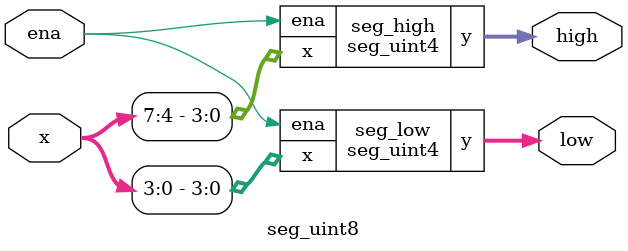
<source format=v>
module seg_uint4(
	input ena,
	input [3:0] x,
	output reg [6:0] y
);
	always @ (*)
	if (!ena)
		y = 7'b1111111;
	else
	case (x)
		0: y = 7'b1000000;
		1: y = 7'b1111001;
		2: y = 7'b0100100;
		3: y = 7'b0110000;
		4: y = 7'b0011001;
		5: y = 7'b0010010;
		6: y = 7'b0000010;
		7: y = 7'b1111000;
		8: y = 7'b0000000;
		9: y = 7'b0010000;
		10: y = 7'b0001000;
		11: y = 7'b0000011;
		12: y = 7'b1000110;
		13: y = 7'b0100001;
		14: y = 7'b0000110;
		15: y = 7'b0001110;
		default: y = 7'bxxxxxxx;
	endcase
endmodule

module seg_uint8(
	input ena,
	input [7:0] x,
	output [6:0] high,
	output [6:0] low
);
	seg_uint4 seg_high (ena, x[7:4], high);
	seg_uint4 seg_low (ena, x[3:0], low);
endmodule

</source>
